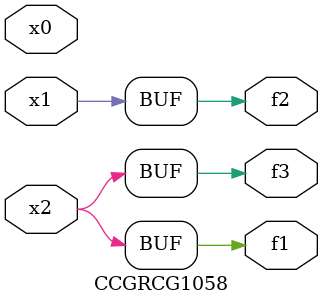
<source format=v>
module CCGRCG1058(
	input x0, x1, x2,
	output f1, f2, f3
);
	assign f1 = x2;
	assign f2 = x1;
	assign f3 = x2;
endmodule

</source>
